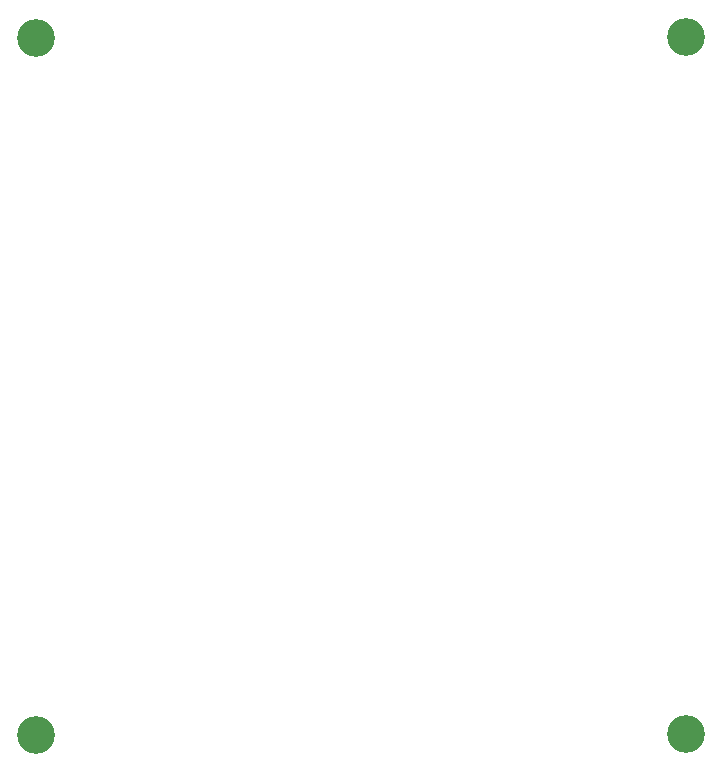
<source format=gbr>
%TF.GenerationSoftware,KiCad,Pcbnew,8.0.2*%
%TF.CreationDate,2024-08-20T17:24:46+07:00*%
%TF.ProjectId,Arduino_xtension_IDC30,41726475-696e-46f5-9f78-74656e73696f,rev?*%
%TF.SameCoordinates,Original*%
%TF.FileFunction,NonPlated,1,2,NPTH,Drill*%
%TF.FilePolarity,Positive*%
%FSLAX46Y46*%
G04 Gerber Fmt 4.6, Leading zero omitted, Abs format (unit mm)*
G04 Created by KiCad (PCBNEW 8.0.2) date 2024-08-20 17:24:46*
%MOMM*%
%LPD*%
G01*
G04 APERTURE LIST*
%TA.AperFunction,ComponentDrill*%
%ADD10C,3.200000*%
%TD*%
G04 APERTURE END LIST*
D10*
%TO.C,REF\u002A\u002A*%
X88900000Y-49200000D03*
X88900000Y-108200000D03*
X143900000Y-49100000D03*
X143900000Y-108100000D03*
M02*

</source>
